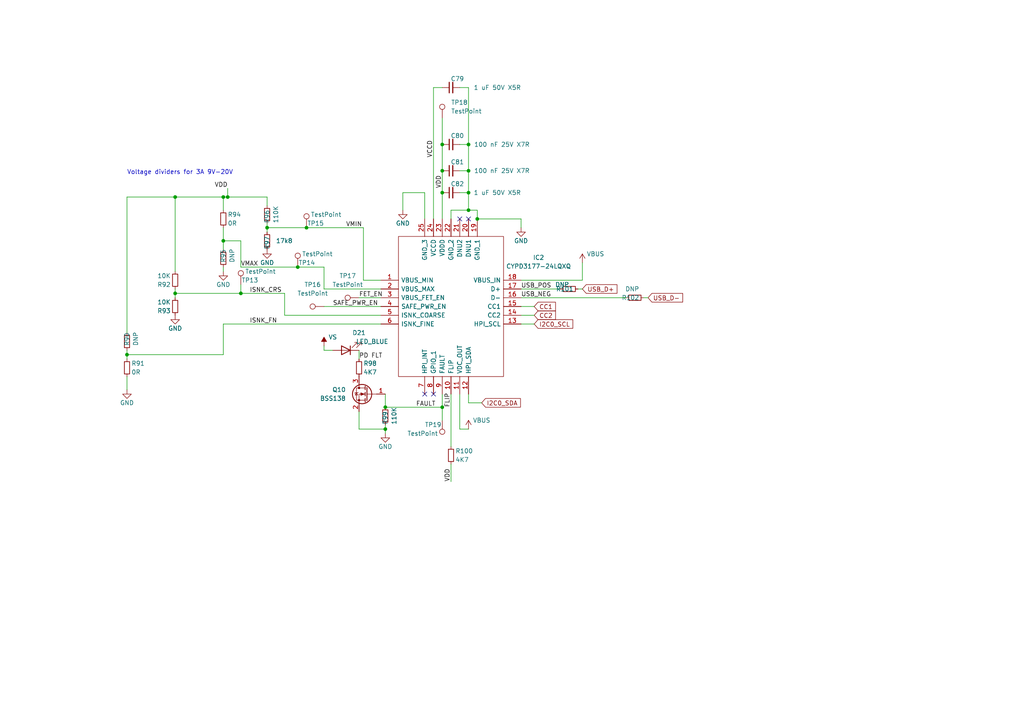
<source format=kicad_sch>
(kicad_sch (version 20211123) (generator eeschema)
  (paper "A4")
  (lib_symbols
    (symbol "Connector:TestPoint" (pin_numbers hide) (pin_names (offset 0.762) hide)
      (property "Reference" "TP" (at 0 6.858 0))
      (property "Value" "TestPoint" (at 0 5.08 0))
      (symbol "TestPoint_0_1"
        (circle (center 0 3.302) (radius 0.762))
      )
      (symbol "TestPoint_1_1"
        (pin passive line (at 0 0 90) (length 2.54) (name "1") (number "1"))
      )
    )
    (symbol "Device:C_Small" (pin_numbers hide) (pin_names (offset 0.254) hide)
      (property "Reference" "C" (at 0.254 1.778 0))
      (property "Value" "C_Small" (at 0.254 -2.032 0))
      (symbol "C_Small_0_1"
        (polyline (pts (xy -1.524 -0.508) (xy 1.524 -0.508)) (stroke (width 0.3302)))
        (polyline (pts (xy -1.524 0.508) (xy 1.524 0.508)) (stroke (width 0.3048)))
      )
      (symbol "C_Small_1_1"
        (pin passive line (at 0 2.54 270) (length 2.032) (name "~") (number "1"))
        (pin passive line (at 0 -2.54 90) (length 2.032) (name "~") (number "2"))
      )
    )
    (symbol "Device:LED" (pin_numbers hide) (pin_names (offset 1.016) hide)
      (property "Reference" "D" (at 0 2.54 0))
      (property "Value" "LED" (at 0 -2.54 0))
      (symbol "LED_0_1"
        (polyline (pts (xy -1.27 -1.27) (xy -1.27 1.27)) (stroke (width 0.254)))
        (polyline (pts (xy -1.27 0) (xy 1.27 0)))
        (polyline (pts (xy 1.27 -1.27) (xy 1.27 1.27) (xy -1.27 0) (xy 1.27 -1.27)) (stroke (width 0.254)))
        (polyline (pts (xy -3.048 -0.762) (xy -4.572 -2.286) (xy -3.81 -2.286) (xy -4.572 -2.286) (xy -4.572 -1.524)))
        (polyline (pts (xy -1.778 -0.762) (xy -3.302 -2.286) (xy -2.54 -2.286) (xy -3.302 -2.286) (xy -3.302 -1.524)))
      )
      (symbol "LED_1_1"
        (pin passive line (at -3.81 0 0) (length 2.54) (name "K") (number "1"))
        (pin passive line (at 3.81 0 180) (length 2.54) (name "A") (number "2"))
      )
    )
    (symbol "Device:R_Small" (pin_numbers hide) (pin_names (offset 0.254) hide)
      (property "Reference" "R" (at 0.762 0.508 0))
      (property "Value" "R_Small" (at 0.762 -1.016 0))
      (symbol "R_Small_0_1"
        (rectangle (start -0.762 1.778) (end 0.762 -1.778) (stroke (width 0.2032)))
      )
      (symbol "R_Small_1_1"
        (pin passive line (at 0 2.54 270) (length 0.762) (name "~") (number "1"))
        (pin passive line (at 0 -2.54 90) (length 0.762) (name "~") (number "2"))
      )
    )
    (symbol "Transistor_FET:AO3400A" (pin_names hide)
      (property "Reference" "Q" (at 5.08 1.905 0))
      (property "Value" "AO3400A" (at 5.08 0 0))
      (symbol "AO3400A_0_1"
        (polyline (pts (xy 0.254 0) (xy -2.54 0)))
        (polyline (pts (xy 0.254 1.905) (xy 0.254 -1.905)) (stroke (width 0.254)))
        (polyline (pts (xy 0.762 -1.27) (xy 0.762 -2.286)) (stroke (width 0.254)))
        (polyline (pts (xy 0.762 0.508) (xy 0.762 -0.508)) (stroke (width 0.254)))
        (polyline (pts (xy 0.762 2.286) (xy 0.762 1.27)) (stroke (width 0.254)))
        (polyline (pts (xy 2.54 2.54) (xy 2.54 1.778)))
        (polyline (pts (xy 2.54 -2.54) (xy 2.54 0) (xy 0.762 0)))
        (polyline (pts (xy 0.762 -1.778) (xy 3.302 -1.778) (xy 3.302 1.778) (xy 0.762 1.778)))
        (polyline (pts (xy 1.016 0) (xy 2.032 0.381) (xy 2.032 -0.381) (xy 1.016 0)) (fill (type outline)))
        (polyline (pts (xy 2.794 0.508) (xy 2.921 0.381) (xy 3.683 0.381) (xy 3.81 0.254)))
        (polyline (pts (xy 3.302 0.381) (xy 2.921 -0.254) (xy 3.683 -0.254) (xy 3.302 0.381)))
        (circle (center 1.651 0) (radius 2.794) (stroke (width 0.254)))
        (circle (center 2.54 -1.778) (radius 0.254) (fill (type outline)))
        (circle (center 2.54 1.778) (radius 0.254) (fill (type outline)))
      )
      (symbol "AO3400A_1_1"
        (pin input line (at -5.08 0 0) (length 2.54) (name "G") (number "1"))
        (pin passive line (at 2.54 -5.08 90) (length 2.54) (name "S") (number "2"))
        (pin passive line (at 2.54 5.08 270) (length 2.54) (name "D") (number "3"))
      )
    )
    (symbol "cypd3177:CYPD3177-24LQXQ" (pin_names (offset 0.762))
      (property "Reference" "IC" (at 36.83 17.78 0))
      (property "Value" "CYPD3177-24LQXQ" (at 36.83 15.24 0))
      (symbol "CYPD3177-24LQXQ_0_0"
        (pin passive line (at 0 0 0) (length 5.08) (name "VBUS_MIN") (number "1"))
        (pin passive line (at 20.32 -33.02 90) (length 5.08) (name "FLIP") (number "10"))
        (pin passive line (at 22.86 -33.02 90) (length 5.08) (name "VDC_OUT") (number "11"))
        (pin passive line (at 25.4 -33.02 90) (length 5.08) (name "HPI_SDA") (number "12"))
        (pin passive line (at 40.64 -12.7 180) (length 5.08) (name "HPI_SCL") (number "13"))
        (pin passive line (at 40.64 -10.16 180) (length 5.08) (name "CC2") (number "14"))
        (pin passive line (at 40.64 -7.62 180) (length 5.08) (name "CC1") (number "15"))
        (pin passive line (at 40.64 -5.08 180) (length 5.08) (name "D-") (number "16"))
        (pin passive line (at 40.64 -2.54 180) (length 5.08) (name "D+") (number "17"))
        (pin passive line (at 40.64 0 180) (length 5.08) (name "VBUS_IN") (number "18"))
        (pin passive line (at 27.94 17.78 270) (length 5.08) (name "GND_1") (number "19"))
        (pin passive line (at 0 -2.54 0) (length 5.08) (name "VBUS_MAX") (number "2"))
        (pin passive line (at 25.4 17.78 270) (length 5.08) (name "DNU1") (number "20"))
        (pin passive line (at 22.86 17.78 270) (length 5.08) (name "DNU2") (number "21"))
        (pin passive line (at 20.32 17.78 270) (length 5.08) (name "GND_2") (number "22"))
        (pin passive line (at 17.78 17.78 270) (length 5.08) (name "VDDD") (number "23"))
        (pin passive line (at 15.24 17.78 270) (length 5.08) (name "VCCD") (number "24"))
        (pin passive line (at 12.7 17.78 270) (length 5.08) (name "GND_3") (number "25"))
        (pin passive line (at 0 -5.08 0) (length 5.08) (name "VBUS_FET_EN") (number "3"))
        (pin passive line (at 0 -7.62 0) (length 5.08) (name "SAFE_PWR_EN") (number "4"))
        (pin passive line (at 0 -10.16 0) (length 5.08) (name "ISNK_COARSE") (number "5"))
        (pin passive line (at 0 -12.7 0) (length 5.08) (name "ISNK_FINE") (number "6"))
        (pin passive line (at 12.7 -33.02 90) (length 5.08) (name "HPI_INT") (number "7"))
        (pin passive line (at 15.24 -33.02 90) (length 5.08) (name "GPIO_1") (number "8"))
        (pin passive line (at 17.78 -33.02 90) (length 5.08) (name "FAULT") (number "9"))
      )
      (symbol "CYPD3177-24LQXQ_0_1"
        (polyline (pts (xy 5.08 12.7) (xy 35.56 12.7) (xy 35.56 -27.94) (xy 5.08 -27.94) (xy 5.08 12.7)) (stroke (width 0.1524)))
      )
    )
    (symbol "power:GND" (power) (pin_names (offset 0))
      (property "Value" "GND" (at 0 -3.81 0))
      (symbol "GND_0_1"
        (polyline (pts (xy 0 0) (xy 0 -1.27) (xy 1.27 -1.27) (xy 0 -2.54) (xy -1.27 -1.27) (xy 0 -1.27)))
      )
      (symbol "GND_1_1"
        (pin power_in line (at 0 0 270) (length 0) hide (name "GND") (number "1"))
      )
    )
    (symbol "power:VBUS" (power) (pin_names (offset 0))
      (property "Value" "VBUS" (at 0 3.81 0))
      (symbol "VBUS_0_1"
        (polyline (pts (xy -0.762 1.27) (xy 0 2.54)))
        (polyline (pts (xy 0 0) (xy 0 2.54)))
        (polyline (pts (xy 0 2.54) (xy 0.762 1.27)))
      )
      (symbol "VBUS_1_1"
        (pin power_in line (at 0 0 90) (length 0) hide (name "VBUS") (number "1"))
      )
    )
    (symbol "power:VS" (power) (pin_names (offset 0))
      (property "Value" "VS" (at 0 3.81 0))
      (symbol "VS_0_1"
        (polyline (pts (xy 0 0) (xy 0 2.54)))
        (polyline (pts (xy 0.762 1.27) (xy -0.762 1.27) (xy 0 2.54) (xy 0.762 1.27)) (fill (type outline)))
      )
      (symbol "VS_1_1"
        (pin power_in line (at 0 0 90) (length 0) hide (name "VS") (number "1"))
      )
    )
  )
  (junction (at 36.83 102.87))
  (junction (at 111.76 124.46))
  (junction (at 64.77 57.15))
  (junction (at 64.77 69.85))
  (junction (at 66.04 57.15))
  (junction (at 135.89 55.88))
  (junction (at 77.47 66.04))
  (junction (at 128.27 55.88))
  (junction (at 138.43 63.5))
  (junction (at 128.27 118.11))
  (junction (at 50.8 85.09))
  (junction (at 128.27 49.53))
  (junction (at 88.9 66.04))
  (junction (at 86.36 77.47))
  (junction (at 135.89 60.96))
  (junction (at 135.89 49.53))
  (junction (at 135.89 41.91))
  (junction (at 128.27 41.91))
  (junction (at 69.85 85.09))
  (junction (at 111.76 118.11))
  (junction (at 50.8 57.15))
  (no_connect (at 125.73 114.3))
  (no_connect (at 123.19 114.3))
  (no_connect (at 135.89 63.5))
  (no_connect (at 133.35 63.5))
  (wire (pts (xy 104.14 119.38) (xy 104.14 124.46)))
  (wire (pts (xy 77.47 57.15) (xy 77.47 59.69)))
  (wire (pts (xy 168.91 76.2) (xy 168.91 81.28)))
  (wire (pts (xy 64.77 69.85) (xy 64.77 72.39)))
  (wire (pts (xy 69.85 69.85) (xy 64.77 69.85)))
  (wire (pts (xy 135.89 116.84) (xy 139.7 116.84)))
  (wire (pts (xy 130.81 60.96) (xy 135.89 60.96)))
  (wire (pts (xy 125.73 25.4) (xy 125.73 63.5)))
  (wire (pts (xy 64.77 93.98) (xy 110.49 93.98)))
  (wire (pts (xy 151.13 93.98) (xy 154.94 93.98)))
  (wire (pts (xy 133.35 49.53) (xy 135.89 49.53)))
  (wire (pts (xy 64.77 57.15) (xy 66.04 57.15)))
  (wire (pts (xy 186.69 86.36) (xy 187.96 86.36)))
  (wire (pts (xy 151.13 83.82) (xy 162.56 83.82)))
  (wire (pts (xy 135.89 60.96) (xy 138.43 60.96)))
  (wire (pts (xy 93.98 77.47) (xy 86.36 77.47)))
  (wire (pts (xy 138.43 60.96) (xy 138.43 63.5)))
  (wire (pts (xy 50.8 85.09) (xy 69.85 85.09)))
  (wire (pts (xy 168.91 81.28) (xy 151.13 81.28)))
  (wire (pts (xy 50.8 57.15) (xy 64.77 57.15)))
  (wire (pts (xy 88.9 66.04) (xy 77.47 66.04)))
  (wire (pts (xy 66.04 54.61) (xy 66.04 57.15)))
  (wire (pts (xy 64.77 102.87) (xy 36.83 102.87)))
  (wire (pts (xy 123.19 63.5) (xy 123.19 55.88)))
  (wire (pts (xy 104.14 86.36) (xy 110.49 86.36)))
  (wire (pts (xy 128.27 114.3) (xy 128.27 118.11)))
  (wire (pts (xy 135.89 55.88) (xy 135.89 60.96)))
  (wire (pts (xy 111.76 118.11) (xy 128.27 118.11)))
  (wire (pts (xy 69.85 82.55) (xy 69.85 85.09)))
  (wire (pts (xy 110.49 83.82) (xy 93.98 83.82)))
  (wire (pts (xy 93.98 83.82) (xy 93.98 77.47)))
  (wire (pts (xy 128.27 34.29) (xy 128.27 41.91)))
  (wire (pts (xy 104.14 101.6) (xy 104.14 104.14)))
  (wire (pts (xy 167.64 83.82) (xy 168.91 83.82)))
  (wire (pts (xy 135.89 114.3) (xy 135.89 116.84)))
  (wire (pts (xy 36.83 102.87) (xy 36.83 104.14)))
  (wire (pts (xy 151.13 63.5) (xy 151.13 66.04)))
  (wire (pts (xy 110.49 91.44) (xy 82.55 91.44)))
  (wire (pts (xy 36.83 113.03) (xy 36.83 109.22)))
  (wire (pts (xy 36.83 101.6) (xy 36.83 102.87)))
  (wire (pts (xy 93.98 88.9) (xy 110.49 88.9)))
  (wire (pts (xy 111.76 123.19) (xy 111.76 124.46)))
  (wire (pts (xy 133.35 41.91) (xy 135.89 41.91)))
  (wire (pts (xy 133.35 114.3) (xy 133.35 124.46)))
  (wire (pts (xy 77.47 64.77) (xy 77.47 66.04)))
  (wire (pts (xy 128.27 118.11) (xy 128.27 121.92)))
  (wire (pts (xy 64.77 77.47) (xy 64.77 78.74)))
  (wire (pts (xy 64.77 60.96) (xy 64.77 57.15)))
  (wire (pts (xy 64.77 66.04) (xy 64.77 69.85)))
  (wire (pts (xy 116.84 55.88) (xy 116.84 60.96)))
  (wire (pts (xy 82.55 91.44) (xy 82.55 85.09)))
  (wire (pts (xy 130.81 114.3) (xy 130.81 129.54)))
  (wire (pts (xy 128.27 49.53) (xy 128.27 55.88)))
  (wire (pts (xy 105.41 81.28) (xy 110.49 81.28)))
  (wire (pts (xy 135.89 41.91) (xy 135.89 49.53)))
  (wire (pts (xy 133.35 124.46) (xy 135.89 124.46)))
  (wire (pts (xy 123.19 55.88) (xy 116.84 55.88)))
  (wire (pts (xy 151.13 86.36) (xy 181.61 86.36)))
  (wire (pts (xy 36.83 57.15) (xy 50.8 57.15)))
  (wire (pts (xy 93.98 101.6) (xy 96.52 101.6)))
  (wire (pts (xy 77.47 66.04) (xy 77.47 67.31)))
  (wire (pts (xy 135.89 49.53) (xy 135.89 55.88)))
  (wire (pts (xy 50.8 78.74) (xy 50.8 57.15)))
  (wire (pts (xy 138.43 63.5) (xy 151.13 63.5)))
  (wire (pts (xy 50.8 83.82) (xy 50.8 85.09)))
  (wire (pts (xy 133.35 55.88) (xy 135.89 55.88)))
  (wire (pts (xy 151.13 91.44) (xy 154.94 91.44)))
  (wire (pts (xy 135.89 25.4) (xy 135.89 41.91)))
  (wire (pts (xy 104.14 124.46) (xy 111.76 124.46)))
  (wire (pts (xy 69.85 85.09) (xy 82.55 85.09)))
  (wire (pts (xy 128.27 41.91) (xy 128.27 49.53)))
  (wire (pts (xy 130.81 134.62) (xy 130.81 139.7)))
  (wire (pts (xy 66.04 57.15) (xy 77.47 57.15)))
  (wire (pts (xy 125.73 25.4) (xy 128.27 25.4)))
  (wire (pts (xy 105.41 81.28) (xy 105.41 66.04)))
  (wire (pts (xy 86.36 77.47) (xy 69.85 77.47)))
  (wire (pts (xy 111.76 124.46) (xy 111.76 125.73)))
  (wire (pts (xy 111.76 114.3) (xy 111.76 118.11)))
  (wire (pts (xy 105.41 66.04) (xy 88.9 66.04)))
  (wire (pts (xy 93.98 100.33) (xy 93.98 101.6)))
  (wire (pts (xy 133.35 25.4) (xy 135.89 25.4)))
  (wire (pts (xy 50.8 85.09) (xy 50.8 86.36)))
  (wire (pts (xy 36.83 96.52) (xy 36.83 57.15)))
  (wire (pts (xy 64.77 102.87) (xy 64.77 93.98)))
  (wire (pts (xy 128.27 55.88) (xy 128.27 63.5)))
  (wire (pts (xy 69.85 77.47) (xy 69.85 69.85)))
  (wire (pts (xy 151.13 88.9) (xy 154.94 88.9)))
  (wire (pts (xy 130.81 63.5) (xy 130.81 60.96)))
  (text "Voltage dividers for 3A 9V-20V" (at 36.83 50.8 0) (effects (font (size 1.27 1.27)) (justify left bottom)))
  (label "VMIN" (at 100.33 66.04 0))
  (label "FLIP" (at 130.81 118.11 90))
  (label "USB_POS" (at 151.13 83.82 0))
  (label "FAULT" (at 120.65 118.11 0))
  (label "PD FLT" (at 104.14 104.14 0))
  (label "VDD" (at 130.81 139.7 90))
  (label "FET_EN" (at 104.14 86.36 0))
  (label "VDD" (at 66.04 54.61 180))
  (label "SAFE_PWR_EN" (at 96.52 88.9 0))
  (label "VDD" (at 128.27 54.61 90))
  (label "ISNK_FN" (at 72.39 93.98 0))
  (label "VMAX" (at 69.85 77.47 0))
  (label "USB_NEG" (at 151.13 86.36 0))
  (label "ISNK_CRS" (at 72.39 85.09 0))
  (label "VCCD" (at 125.73 45.72 90))
  (global_label "I2C0_SCL" (shape input) (at 154.94 93.98 0) (property "Intersheet References" "${INTERSHEET_REFS}" (effects hide)))
  (global_label "USB_D-" (shape input) (at 187.96 86.36 0) (property "Intersheet References" "${INTERSHEET_REFS}" (effects hide)))
  (global_label "I2C0_SDA" (shape input) (at 139.7 116.84 0) (property "Intersheet References" "${INTERSHEET_REFS}" (effects hide)))
  (global_label "CC2" (shape input) (at 154.94 91.44 0) (property "Intersheet References" "${INTERSHEET_REFS}" (effects hide)))
  (global_label "USB_D+" (shape input) (at 168.91 83.82 0) (property "Intersheet References" "${INTERSHEET_REFS}" (effects hide)))
  (global_label "CC1" (shape input) (at 154.94 88.9 0) (property "Intersheet References" "${INTERSHEET_REFS}" (effects hide)))
  (symbol (lib_id "Device:R_Small") (at 165.1 83.82 90) (unit 1)
    (property "Reference" "R101" (at 166.37 83.82 90) (effects (justify left)))
    (property "Value" "DNP" (at 165.1 82.55 90) (effects (justify left)))
    (property "Footprint" "Resistor_SMD:R_0402_1005Metric_Pad0.72x0.64mm_HandSolder" (effects hide))
    (property "Description" "C25100" (effects hide))
  )
  (symbol (lib_id "Transistor_FET:AO3400A") (at 106.68 114.3 0) (mirror y) (unit 1)
    (property "Reference" "Q10" (at 100.33 113.0299 0) (effects (justify left)))
    (property "Value" "BSS138" (at 100.33 115.5699 0) (effects (justify left)))
    (property "Footprint" "Package_TO_SOT_SMD:SOT-23" (effects hide))
    (property "Datasheet" "http://www.aosmd.com/pdfs/datasheet/AO3400A.pdf" (effects hide))
    (property "Vendor" "C400505" (effects hide))
    (property "Description" "Low capacitance for logic shift, basic: C8545, old: C20917, https://www.youtube.com/watch?v=Y6feolfHAJU&t=119s" (effects hide))
    (property "JCLPCB" "C400505" (effects hide))
  )
  (symbol (lib_id "power:GND") (at 50.8 91.44 0) (unit 1)
    (property "Reference" "#PWR0155" (effects hide))
    (property "Value" "GND" (at 50.8 95.25 0))
  )
  (symbol (lib_id "Device:C_Small") (at 130.81 55.88 90) (unit 1)
    (property "Reference" "C82" (at 134.62 53.34 90) (effects (justify left)))
    (property "Value" "1 uF 50V X5R" (at 151.13 55.88 90) (effects (justify left)))
    (property "Footprint" "Capacitor_SMD:C_0603_1608Metric" (effects hide))
    (property "JCLPCB" "C15849" (effects hide))
    (property "Vendor" "C15849" (effects hide))
  )
  (symbol (lib_id "Connector:TestPoint") (at 86.36 77.47 0) (unit 1)
    (property "Reference" "TP14" (at 91.44 76.2 0) (effects (justify right)))
    (property "Value" "TestPoint" (at 96.52 73.66 0) (effects (justify right)))
    (property "Footprint" "TestPoint:TestPoint_Pad_D1.0mm" (effects hide))
  )
  (symbol (lib_id "Device:R_Small") (at 50.8 88.9 180) (unit 1)
    (property "Reference" "R93" (at 49.53 90.17 0) (effects (justify left)))
    (property "Value" "10K" (at 49.53 87.63 0) (effects (justify left)))
    (property "Footprint" "Capacitor_SMD:C_0402_1005Metric_Pad0.74x0.62mm_HandSolder" (effects hide))
    (property "JCLPCB" "C25744" (effects hide))
    (property "Vendor" "C25744" (effects hide))
  )
  (symbol (lib_id "power:GND") (at 111.76 125.73 0) (unit 1)
    (property "Reference" "#PWR0159" (effects hide))
    (property "Value" "GND" (at 111.76 129.54 0))
  )
  (symbol (lib_id "power:GND") (at 64.77 78.74 0) (unit 1)
    (property "Reference" "#PWR0156" (effects hide))
    (property "Value" "GND" (at 64.77 82.55 0))
  )
  (symbol (lib_id "Connector:TestPoint") (at 128.27 34.29 0) (unit 1)
    (property "Reference" "TP18" (at 130.81 29.7179 0) (effects (justify left)))
    (property "Value" "TestPoint" (at 130.81 32.2579 0) (effects (justify left)))
    (property "Footprint" "TestPoint:TestPoint_Pad_D1.0mm" (effects hide))
  )
  (symbol (lib_id "power:VBUS") (at 135.89 124.46 0) (unit 1)
    (property "Reference" "#PWR0161" (effects hide))
    (property "Value" "VBUS" (at 139.7 121.92 0))
  )
  (symbol (lib_id "Connector:TestPoint") (at 104.14 86.36 90) (unit 1)
    (property "Reference" "TP17" (at 100.838 80.01 90))
    (property "Value" "TestPoint" (at 100.838 82.55 90))
    (property "Footprint" "TestPoint:TestPoint_Pad_D1.0mm" (effects hide))
  )
  (symbol (lib_id "Connector:TestPoint") (at 128.27 121.92 180) (unit 1)
    (property "Reference" "TP19" (at 123.19 123.19 0) (effects (justify right)))
    (property "Value" "TestPoint" (at 118.11 125.73 0) (effects (justify right)))
    (property "Footprint" "TestPoint:TestPoint_Pad_D1.0mm" (effects hide))
  )
  (symbol (lib_id "Device:LED") (at 100.33 101.6 180) (unit 1)
    (property "Reference" "D21" (at 104.14 96.52 0))
    (property "Value" "LED_BLUE" (at 107.95 99.06 0))
    (property "Footprint" "LED_SMD:LED_0603_1608Metric" (effects hide))
    (property "JCLPCB" "C72041" (effects hide))
    (property "Vendor" "C72041" (effects hide))
  )
  (symbol (lib_id "Device:R_Small") (at 104.14 106.68 0) (unit 1)
    (property "Reference" "R98" (at 105.41 105.41 0) (effects (justify left)))
    (property "Value" "4K7" (at 105.41 107.95 0) (effects (justify left)))
    (property "Footprint" "Resistor_SMD:R_0603_1608Metric_Pad0.98x0.95mm_HandSolder" (effects hide))
    (property "JCLPCB" "C23162" (effects hide))
    (property "Vendor" "C23162" (effects hide))
    (property "Description" "for 0402 C25900" (effects hide))
  )
  (symbol (lib_id "Device:R_Small") (at 111.76 120.65 0) (unit 1)
    (property "Reference" "R99" (at 111.76 123.19 90) (effects (justify left)))
    (property "Value" "110K" (at 114.3 123.19 90) (effects (justify left)))
    (property "Footprint" "Capacitor_SMD:C_0603_1608Metric" (effects hide))
    (property "JCLPCB" "C25805" (effects hide))
    (property "Vendor" "C25805" (effects hide))
  )
  (symbol (lib_id "power:GND") (at 77.47 72.39 0) (unit 1)
    (property "Reference" "#PWR0157" (effects hide))
    (property "Value" "GND" (at 77.47 76.2 0))
  )
  (symbol (lib_id "Device:R_Small") (at 36.83 99.06 0) (unit 1)
    (property "Reference" "R90" (at 36.83 100.33 90) (effects (justify left)))
    (property "Value" "DNP" (at 39.37 100.33 90) (effects (justify left)))
    (property "Footprint" "Resistor_SMD:R_0603_1608Metric_Pad0.98x0.95mm_HandSolder" (effects hide))
    (property "Description" "C25100" (effects hide))
  )
  (symbol (lib_id "power:GND") (at 116.84 60.96 0) (unit 1)
    (property "Reference" "#PWR0160" (effects hide))
    (property "Value" "GND" (at 116.84 64.77 0))
  )
  (symbol (lib_id "power:VBUS") (at 168.91 76.2 0) (unit 1)
    (property "Reference" "#PWR0163" (effects hide))
    (property "Value" "VBUS" (at 172.72 73.66 0))
  )
  (symbol (lib_id "power:VS") (at 93.98 100.33 0) (unit 1)
    (property "Reference" "#PWR0158" (effects hide))
    (property "Value" "VS" (at 96.52 97.79 0))
  )
  (symbol (lib_id "Connector:TestPoint") (at 93.98 88.9 90) (unit 1)
    (property "Reference" "TP16" (at 90.678 82.55 90))
    (property "Value" "TestPoint" (at 90.678 85.09 90))
    (property "Footprint" "TestPoint:TestPoint_Pad_D1.0mm" (effects hide))
  )
  (symbol (lib_id "Device:R_Small") (at 184.15 86.36 90) (unit 1)
    (property "Reference" "R102" (at 185.42 86.36 90) (effects (justify left)))
    (property "Value" "DNP" (at 185.42 83.82 90) (effects (justify left)))
    (property "Footprint" "Resistor_SMD:R_0402_1005Metric_Pad0.72x0.64mm_HandSolder" (effects hide))
    (property "Description" "C25100" (effects hide))
  )
  (symbol (lib_id "Device:R_Small") (at 77.47 62.23 0) (unit 1)
    (property "Reference" "R96" (at 77.47 64.77 90) (effects (justify left)))
    (property "Value" "110K" (at 80.01 64.77 90) (effects (justify left)))
    (property "Footprint" "Capacitor_SMD:C_0603_1608Metric" (effects hide))
    (property "JCLPCB" "C25805" (effects hide))
    (property "Vendor" "C25805" (effects hide))
  )
  (symbol (lib_id "Device:C_Small") (at 130.81 41.91 90) (unit 1)
    (property "Reference" "C80" (at 134.62 39.37 90) (effects (justify left)))
    (property "Value" "100 nF 25V X7R" (at 153.67 41.91 90) (effects (justify left)))
    (property "Footprint" "Capacitor_SMD:C_0402_1005Metric" (effects hide))
    (property "JCLPCB" "C307331" (effects hide))
    (property "Vendor" "C307331" (effects hide))
  )
  (symbol (lib_id "Device:C_Small") (at 130.81 25.4 90) (unit 1)
    (property "Reference" "C79" (at 134.62 22.86 90) (effects (justify left)))
    (property "Value" "1 uF 50V X5R" (at 151.13 25.4 90) (effects (justify left)))
    (property "Footprint" "Capacitor_SMD:C_0603_1608Metric" (effects hide))
    (property "JCLPCB" "C15849" (effects hide))
    (property "Vendor" "C15849" (effects hide))
  )
  (symbol (lib_id "Device:R_Small") (at 64.77 63.5 0) (unit 1)
    (property "Reference" "R94" (at 66.04 62.23 0) (effects (justify left)))
    (property "Value" "0R" (at 66.04 64.77 0) (effects (justify left)))
    (property "Footprint" "Resistor_SMD:R_1206_3216Metric" (effects hide))
    (property "JCLPCB" "C17888" (effects hide))
    (property "Vendor" "C17888" (effects hide))
    (property "Description" "0603: C21189" (effects hide))
  )
  (symbol (lib_id "Device:R_Small") (at 64.77 74.93 0) (unit 1)
    (property "Reference" "R95" (at 64.77 76.2 90) (effects (justify left)))
    (property "Value" "DNP" (at 67.31 76.2 90) (effects (justify left)))
    (property "Footprint" "Resistor_SMD:R_0603_1608Metric_Pad0.98x0.95mm_HandSolder" (effects hide))
    (property "Description" "C25100" (effects hide))
  )
  (symbol (lib_id "Device:R_Small") (at 130.81 132.08 0) (unit 1)
    (property "Reference" "R100" (at 132.08 130.81 0) (effects (justify left)))
    (property "Value" "4K7" (at 132.08 133.35 0) (effects (justify left)))
    (property "Footprint" "Resistor_SMD:R_0603_1608Metric_Pad0.98x0.95mm_HandSolder" (effects hide))
    (property "JCLPCB" "C23162" (effects hide))
    (property "Vendor" "C23162" (effects hide))
    (property "Description" "for 0402 C25900" (effects hide))
  )
  (symbol (lib_id "Device:C_Small") (at 130.81 49.53 90) (unit 1)
    (property "Reference" "C81" (at 134.62 46.99 90) (effects (justify left)))
    (property "Value" "100 nF 25V X7R" (at 153.67 49.53 90) (effects (justify left)))
    (property "Footprint" "Capacitor_SMD:C_0402_1005Metric" (effects hide))
    (property "JCLPCB" "C307331" (effects hide))
    (property "Vendor" "C307331" (effects hide))
  )
  (symbol (lib_id "Device:R_Small") (at 50.8 81.28 180) (unit 1)
    (property "Reference" "R92" (at 49.53 82.55 0) (effects (justify left)))
    (property "Value" "10K" (at 49.53 80.01 0) (effects (justify left)))
    (property "Footprint" "Capacitor_SMD:C_0402_1005Metric_Pad0.74x0.62mm_HandSolder" (effects hide))
    (property "JCLPCB" "C25744" (effects hide))
    (property "Vendor" "C25744" (effects hide))
  )
  (symbol (lib_id "cypd3177:CYPD3177-24LQXQ") (at 110.49 81.28 0) (unit 1)
    (property "Reference" "IC2" (at 156.21 74.7012 0))
    (property "Value" "CYPD3177-24LQXQ" (at 156.21 77.2412 0))
    (property "Footprint" "PowerIC:QFN50P400X400X60-25N-D" (effects hide))
    (property "Description" "USB Interface IC USB Type-C port controller CYPD3177" (effects hide))
    (property "MANUFACTURER" "Infineon" (effects hide))
    (property "Manufacturer_Part_Number" "CYPD3177-24LQXQ" (effects hide))
    (property "JCLPCB" "C2959321" (effects hide))
    (property "Vendor" "C2959321" (effects hide))
  )
  (symbol (lib_id "Connector:TestPoint") (at 88.9 66.04 0) (unit 1)
    (property "Reference" "TP15" (at 93.98 64.77 0) (effects (justify right)))
    (property "Value" "TestPoint" (at 99.06 62.23 0) (effects (justify right)))
    (property "Footprint" "TestPoint:TestPoint_Pad_D1.0mm" (effects hide))
  )
  (symbol (lib_id "power:GND") (at 36.83 113.03 0) (unit 1)
    (property "Reference" "#PWR0154" (effects hide))
    (property "Value" "GND" (at 36.83 116.84 0))
  )
  (symbol (lib_id "Connector:TestPoint") (at 69.85 82.55 0) (unit 1)
    (property "Reference" "TP13" (at 74.93 81.28 0) (effects (justify right)))
    (property "Value" "TestPoint" (at 80.01 78.74 0) (effects (justify right)))
    (property "Footprint" "TestPoint:TestPoint_Pad_D1.0mm" (effects hide))
  )
  (symbol (lib_id "power:GND") (at 151.13 66.04 0) (unit 1)
    (property "Reference" "#PWR0162" (effects hide))
    (property "Value" "GND" (at 151.13 69.85 0))
  )
  (symbol (lib_id "Device:R_Small") (at 77.47 69.85 0) (unit 1)
    (property "Reference" "R97" (at 77.47 72.39 90) (effects (justify left)))
    (property "Value" "17k8" (at 80.01 69.85 0) (effects (justify left)))
    (property "Footprint" "Capacitor_SMD:C_0402_1005Metric_Pad0.74x0.62mm_HandSolder" (effects hide))
    (property "JCLPCB" "C77605" (effects hide))
    (property "Vendor" "C77605" (effects hide))
  )
  (symbol (lib_id "Device:R_Small") (at 36.83 106.68 0) (unit 1)
    (property "Reference" "R91" (at 38.1 105.41 0) (effects (justify left)))
    (property "Value" "0R" (at 38.1 107.95 0) (effects (justify left)))
    (property "Footprint" "Resistor_SMD:R_1206_3216Metric" (effects hide))
    (property "JCLPCB" "C17888" (effects hide))
    (property "Vendor" "C17888" (effects hide))
    (property "Description" "0603: C21189" (effects hide))
  )
)
</source>
